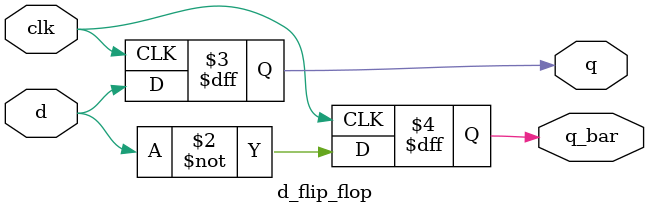
<source format=v>
module sipo_4bit_shift_reg_struct(
  input din,
  input clk,
  output [3:0] q,      // Parallel outputs from all stages
  output [3:0] q_bar
);
  wire [3:0] q_int;

  d_flip_flop d0(.d(din),      .clk(clk), .q(q_int[0]), .q_bar(q_bar[0]));
  d_flip_flop d1(.d(q_int[0]), .clk(clk), .q(q_int[1]), .q_bar(q_bar[1]));
  d_flip_flop d2(.d(q_int[1]), .clk(clk), .q(q_int[2]), .q_bar(q_bar[2]));
  d_flip_flop d3(.d(q_int[2]), .clk(clk), .q(q_int[3]), .q_bar(q_bar[3]));

  assign q = q_int;
endmodule


// D Flip-Flop
module d_flip_flop(
  input d,
  input clk,
  output reg q,
  output reg q_bar
);
  always @(posedge clk) begin
    q     <= d;
    q_bar <= ~d;
  end
endmodule

</source>
